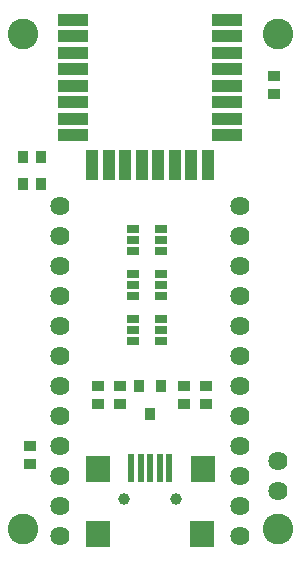
<source format=gts>
%FSTAX24Y24*%
%MOIN*%
%IN MASK1.GBR *%
%ADD10C,0.0390*%
%ADD11C,0.0640*%
%ADD12C,0.1024*%
%ADD13R,0.0237X0.0946*%
%ADD14R,0.0320X0.0420*%
%ADD15R,0.0320X0.0430*%
%ADD16R,0.0420X0.0320*%
%ADD17R,0.0430X0.0300*%
%ADD18R,0.0434X0.1005*%
%ADD19R,0.0827X0.0906*%
%ADD20R,0.1005X0.0434*%
D13*X005009Y002774D03*X005639D03*X004379D03*D10*X005875Y00175D03*
X004143D03*D19*X006741Y000569D03*X003277D03*D13*X005324Y002774D03*D19*
X006761Y002734D03*X003257D03*D13*X004694Y002774D03*D20*
X002441Y017718D03*D18*X003622Y012875D03*X004173D03*X004724D03*
X005276D03*X005827D03*X006378D03*X006929D03*D20*X007559Y013859D03*
Y01441D03*Y014962D03*X002441Y017166D03*X007559Y015513D03*Y016064D03*
Y016615D03*Y017166D03*Y017718D03*X002441Y016615D03*Y016064D03*
Y015513D03*Y014962D03*Y01441D03*Y013859D03*D18*X003071Y012875D03*D16*
X00325Y0049D03*Y0055D03*X006125Y0049D03*Y0055D03*D11*X00925Y003D03*D16*
X006875Y0049D03*Y0055D03*D14*X000775Y01225D03*X001375D03*D11*
X008Y0075D03*Y0085D03*Y0095D03*Y0115D03*Y0105D03*X002Y0075D03*Y0085D03*
Y0095D03*X008Y0025D03*X002Y0065D03*D12*X00925Y01725D03*Y00075D03*
X00075Y01725D03*Y00075D03*D11*X008Y0005D03*Y0015D03*Y0035D03*Y0045D03*
Y0055D03*X002Y0015D03*Y0025D03*Y0035D03*Y0045D03*Y0005D03*X008Y0065D03*
D16*X004Y0049D03*Y0055D03*D11*X002D03*Y0115D03*Y0105D03*D15*
X005365Y0055D03*X004995Y00456D03*X004625Y0055D03*D11*X00925Y002D03*D14*
X000775Y013125D03*X001375D03*D16*X009125Y01525D03*Y01585D03*D17*
X004435Y00775D03*Y00738D03*Y00701D03*X005375D03*Y00738D03*Y00775D03*
X004435Y01075D03*Y01038D03*Y01001D03*X005375D03*Y01038D03*Y01075D03*
X004435Y00925D03*Y00888D03*Y00851D03*X005375D03*Y00888D03*Y00925D03*
D16*X001Y0029D03*Y0035D03*
M02*
</source>
